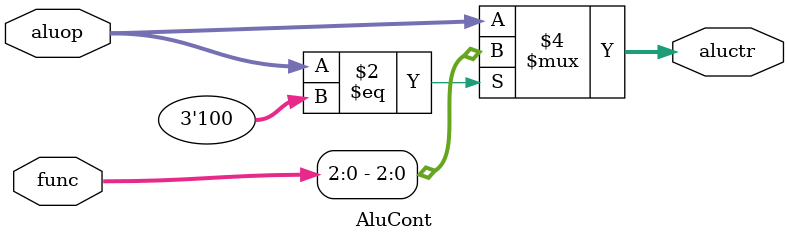
<source format=v>
`timescale 1ns / 1ps
module AluCont(func, aluop, aluctr
    );
	 
	 input [3:0] func;
	 input [2:0] aluop;
	 output reg [2:0]aluctr;
	 
    always@(*)
	 begin
    if(aluop == 3'b100)
		aluctr = func[2:0];
    else
		aluctr = aluop;    
	 end
    


endmodule

</source>
